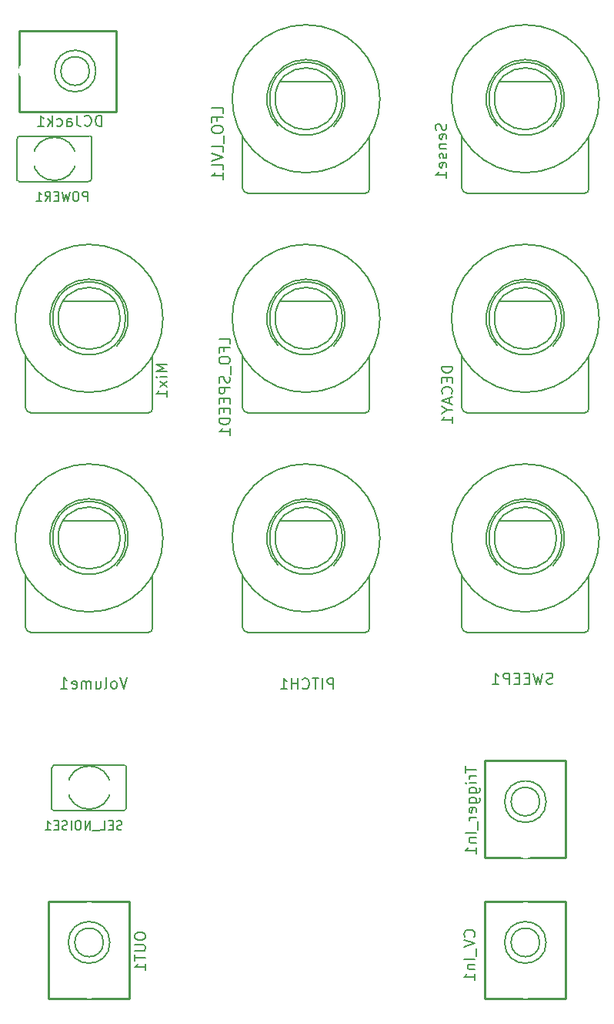
<source format=gbr>
G04 #@! TF.GenerationSoftware,KiCad,Pcbnew,(5.1.4-0-10_14)*
G04 #@! TF.CreationDate,2019-11-19T17:15:00-08:00*
G04 #@! TF.ProjectId,DS8,4453382e-6b69-4636-9164-5f7063625858,rev?*
G04 #@! TF.SameCoordinates,Original*
G04 #@! TF.FileFunction,Legend,Bot*
G04 #@! TF.FilePolarity,Positive*
%FSLAX46Y46*%
G04 Gerber Fmt 4.6, Leading zero omitted, Abs format (unit mm)*
G04 Created by KiCad (PCBNEW (5.1.4-0-10_14)) date 2019-11-19 17:15:00*
%MOMM*%
%LPD*%
G04 APERTURE LIST*
%ADD10C,0.127000*%
%ADD11C,0.203200*%
%ADD12C,0.254000*%
%ADD13C,0.150000*%
%ADD14C,0.152400*%
%ADD15C,1.451000*%
%ADD16C,1.753000*%
%ADD17C,2.540000*%
%ADD18C,2.032400*%
%ADD19O,1.802000X1.802000*%
G04 APERTURE END LIST*
D10*
X7450000Y94742000D02*
G75*
G03X7450000Y94742000I-2370000J0D01*
G01*
X8826000Y97252000D02*
X1234000Y97252000D01*
X8826000Y97252001D02*
G75*
G02X9180000Y97088000I95046J-258901D01*
G01*
X9180000Y92596000D02*
X9180000Y97088000D01*
X9180000Y92596000D02*
G75*
G02X8726000Y92232000I-409000J45000D01*
G01*
X1234000Y92232000D02*
X8726000Y92232000D01*
X1234000Y92232000D02*
G75*
G02X980000Y92396000I-45000J209000D01*
G01*
X980000Y96888000D02*
X980000Y92396000D01*
X979999Y96887999D02*
G75*
G02X1234000Y97252000I308901J55070D01*
G01*
D11*
X5842000Y50038000D02*
G75*
G02X11938000Y50038000I3048000J3048000D01*
G01*
D10*
X11628000Y54991000D02*
X6152000Y54991000D01*
X12890000Y53086000D02*
G75*
G03X12890000Y53086000I-4000000J0D01*
G01*
X17018000Y53086000D02*
G75*
G03X17018000Y53086000I-8128000J0D01*
G01*
X12290000Y53086000D02*
G75*
G03X12290000Y53086000I-3400000J0D01*
G01*
X1890000Y43301106D02*
X1890000Y48959000D01*
X1890000Y43301106D02*
G75*
G03X2470106Y42721000I580106J0D01*
G01*
X15436894Y42721000D02*
X2470106Y42721000D01*
X15436894Y42721000D02*
G75*
G03X15890000Y43174106I0J453106D01*
G01*
X15890000Y48959000D02*
X15890000Y43174106D01*
X11260000Y25654000D02*
G75*
G03X11260000Y25654000I-2370000J0D01*
G01*
X5144000Y23144000D02*
X12736000Y23144000D01*
X5144000Y23143999D02*
G75*
G02X4790000Y23308000I-95046J258901D01*
G01*
X4790000Y27800000D02*
X4790000Y23308000D01*
X4790000Y27800000D02*
G75*
G02X5244000Y28164000I409000J-45000D01*
G01*
X12736000Y28164000D02*
X5244000Y28164000D01*
X12736000Y28164000D02*
G75*
G02X12990000Y28000000I45000J-209000D01*
G01*
X12990000Y23508000D02*
X12990000Y28000000D01*
X12990001Y23508001D02*
G75*
G02X12736000Y23144000I-308901J-55070D01*
G01*
X59182000Y24117300D02*
G75*
G03X59182000Y24117300I-2286000J0D01*
G01*
X58470800Y24117300D02*
G75*
G03X58470800Y24117300I-1574800J0D01*
G01*
D12*
X52451000Y28625800D02*
X61341000Y28625800D01*
X52451000Y17957800D02*
X52451000Y28625800D01*
X61341000Y17957800D02*
X52451000Y17957800D01*
X61341000Y28625800D02*
X61341000Y17957800D01*
D11*
X53848000Y50038000D02*
G75*
G02X59944000Y50038000I3048000J3048000D01*
G01*
D10*
X59634000Y54991000D02*
X54158000Y54991000D01*
X60896000Y53086000D02*
G75*
G03X60896000Y53086000I-4000000J0D01*
G01*
X65024000Y53086000D02*
G75*
G03X65024000Y53086000I-8128000J0D01*
G01*
X60296000Y53086000D02*
G75*
G03X60296000Y53086000I-3400000J0D01*
G01*
X49896000Y43301106D02*
X49896000Y48959000D01*
X49896000Y43301106D02*
G75*
G03X50476106Y42721000I580106J0D01*
G01*
X63442894Y42721000D02*
X50476106Y42721000D01*
X63442894Y42721000D02*
G75*
G03X63896000Y43174106I0J453106D01*
G01*
X63896000Y48959000D02*
X63896000Y43174106D01*
D11*
X53848000Y98298000D02*
G75*
G02X59944000Y98298000I3048000J3048000D01*
G01*
D10*
X59634000Y103251000D02*
X54158000Y103251000D01*
X60896000Y101346000D02*
G75*
G03X60896000Y101346000I-4000000J0D01*
G01*
X65024000Y101346000D02*
G75*
G03X65024000Y101346000I-8128000J0D01*
G01*
X60296000Y101346000D02*
G75*
G03X60296000Y101346000I-3400000J0D01*
G01*
X49896000Y91561106D02*
X49896000Y97219000D01*
X49896000Y91561106D02*
G75*
G03X50476106Y90981000I580106J0D01*
G01*
X63442894Y90981000D02*
X50476106Y90981000D01*
X63442894Y90981000D02*
G75*
G03X63896000Y91434106I0J453106D01*
G01*
X63896000Y97219000D02*
X63896000Y91434106D01*
D11*
X29718000Y50038000D02*
G75*
G02X35814000Y50038000I3048000J3048000D01*
G01*
D10*
X35504000Y54991000D02*
X30028000Y54991000D01*
X36766000Y53086000D02*
G75*
G03X36766000Y53086000I-4000000J0D01*
G01*
X40894000Y53086000D02*
G75*
G03X40894000Y53086000I-8128000J0D01*
G01*
X36166000Y53086000D02*
G75*
G03X36166000Y53086000I-3400000J0D01*
G01*
X25766000Y43301106D02*
X25766000Y48959000D01*
X25766000Y43301106D02*
G75*
G03X26346106Y42721000I580106J0D01*
G01*
X39312894Y42721000D02*
X26346106Y42721000D01*
X39312894Y42721000D02*
G75*
G03X39766000Y43174106I0J453106D01*
G01*
X39766000Y48959000D02*
X39766000Y43174106D01*
X11176000Y8641300D02*
G75*
G03X11176000Y8641300I-2286000J0D01*
G01*
X10464800Y8641300D02*
G75*
G03X10464800Y8641300I-1574800J0D01*
G01*
D12*
X4445000Y13149800D02*
X13335000Y13149800D01*
X4445000Y2481800D02*
X4445000Y13149800D01*
X13335000Y2481800D02*
X4445000Y2481800D01*
X13335000Y13149800D02*
X13335000Y2481800D01*
D11*
X5842000Y74168000D02*
G75*
G02X11938000Y74168000I3048000J3048000D01*
G01*
D10*
X11628000Y79121000D02*
X6152000Y79121000D01*
X12890000Y77216000D02*
G75*
G03X12890000Y77216000I-4000000J0D01*
G01*
X17018000Y77216000D02*
G75*
G03X17018000Y77216000I-8128000J0D01*
G01*
X12290000Y77216000D02*
G75*
G03X12290000Y77216000I-3400000J0D01*
G01*
X1890000Y67431106D02*
X1890000Y73089000D01*
X1890000Y67431106D02*
G75*
G03X2470106Y66851000I580106J0D01*
G01*
X15436894Y66851000D02*
X2470106Y66851000D01*
X15436894Y66851000D02*
G75*
G03X15890000Y67304106I0J453106D01*
G01*
X15890000Y73089000D02*
X15890000Y67304106D01*
D11*
X29718000Y74168000D02*
G75*
G02X35814000Y74168000I3048000J3048000D01*
G01*
D10*
X35504000Y79121000D02*
X30028000Y79121000D01*
X36766000Y77216000D02*
G75*
G03X36766000Y77216000I-4000000J0D01*
G01*
X40894000Y77216000D02*
G75*
G03X40894000Y77216000I-8128000J0D01*
G01*
X36166000Y77216000D02*
G75*
G03X36166000Y77216000I-3400000J0D01*
G01*
X25766000Y67431106D02*
X25766000Y73089000D01*
X25766000Y67431106D02*
G75*
G03X26346106Y66851000I580106J0D01*
G01*
X39312894Y66851000D02*
X26346106Y66851000D01*
X39312894Y66851000D02*
G75*
G03X39766000Y67304106I0J453106D01*
G01*
X39766000Y73089000D02*
X39766000Y67304106D01*
D11*
X29718000Y98298000D02*
G75*
G02X35814000Y98298000I3048000J3048000D01*
G01*
D10*
X35504000Y103251000D02*
X30028000Y103251000D01*
X36766000Y101346000D02*
G75*
G03X36766000Y101346000I-4000000J0D01*
G01*
X40894000Y101346000D02*
G75*
G03X40894000Y101346000I-8128000J0D01*
G01*
X36166000Y101346000D02*
G75*
G03X36166000Y101346000I-3400000J0D01*
G01*
X25766000Y91561106D02*
X25766000Y97219000D01*
X25766000Y91561106D02*
G75*
G03X26346106Y90981000I580106J0D01*
G01*
X39312894Y90981000D02*
X26346106Y90981000D01*
X39312894Y90981000D02*
G75*
G03X39766000Y91434106I0J453106D01*
G01*
X39766000Y97219000D02*
X39766000Y91434106D01*
D11*
X53848000Y74168000D02*
G75*
G02X59944000Y74168000I3048000J3048000D01*
G01*
D10*
X59634000Y79121000D02*
X54158000Y79121000D01*
X60896000Y77216000D02*
G75*
G03X60896000Y77216000I-4000000J0D01*
G01*
X65024000Y77216000D02*
G75*
G03X65024000Y77216000I-8128000J0D01*
G01*
X60296000Y77216000D02*
G75*
G03X60296000Y77216000I-3400000J0D01*
G01*
X49896000Y67431106D02*
X49896000Y73089000D01*
X49896000Y67431106D02*
G75*
G03X50476106Y66851000I580106J0D01*
G01*
X63442894Y66851000D02*
X50476106Y66851000D01*
X63442894Y66851000D02*
G75*
G03X63896000Y67304106I0J453106D01*
G01*
X63896000Y73089000D02*
X63896000Y67304106D01*
X9639300Y104394000D02*
G75*
G03X9639300Y104394000I-2286000J0D01*
G01*
X8928100Y104394000D02*
G75*
G03X8928100Y104394000I-1574800J0D01*
G01*
D12*
X11861800Y108839000D02*
X11861800Y99949000D01*
X1193800Y108839000D02*
X11861800Y108839000D01*
X1193800Y99949000D02*
X1193800Y108839000D01*
X11861800Y99949000D02*
X1193800Y99949000D01*
D10*
X59182000Y8641300D02*
G75*
G03X59182000Y8641300I-2286000J0D01*
G01*
X58470800Y8641300D02*
G75*
G03X58470800Y8641300I-1574800J0D01*
G01*
D12*
X52451000Y13149800D02*
X61341000Y13149800D01*
X52451000Y2481800D02*
X52451000Y13149800D01*
X61341000Y2481800D02*
X52451000Y2481800D01*
X61341000Y13149800D02*
X61341000Y2481800D01*
D13*
X8717023Y90127619D02*
X8717023Y91127619D01*
X8336071Y91127619D01*
X8240833Y91080000D01*
X8193214Y91032380D01*
X8145595Y90937142D01*
X8145595Y90794285D01*
X8193214Y90699047D01*
X8240833Y90651428D01*
X8336071Y90603809D01*
X8717023Y90603809D01*
X7526547Y91127619D02*
X7336071Y91127619D01*
X7240833Y91080000D01*
X7145595Y90984761D01*
X7097976Y90794285D01*
X7097976Y90460952D01*
X7145595Y90270476D01*
X7240833Y90175238D01*
X7336071Y90127619D01*
X7526547Y90127619D01*
X7621785Y90175238D01*
X7717023Y90270476D01*
X7764642Y90460952D01*
X7764642Y90794285D01*
X7717023Y90984761D01*
X7621785Y91080000D01*
X7526547Y91127619D01*
X6764642Y91127619D02*
X6526547Y90127619D01*
X6336071Y90841904D01*
X6145595Y90127619D01*
X5907500Y91127619D01*
X5526547Y90651428D02*
X5193214Y90651428D01*
X5050357Y90127619D02*
X5526547Y90127619D01*
X5526547Y91127619D01*
X5050357Y91127619D01*
X4050357Y90127619D02*
X4383690Y90603809D01*
X4621785Y90127619D02*
X4621785Y91127619D01*
X4240833Y91127619D01*
X4145595Y91080000D01*
X4097976Y91032380D01*
X4050357Y90937142D01*
X4050357Y90794285D01*
X4097976Y90699047D01*
X4145595Y90651428D01*
X4240833Y90603809D01*
X4621785Y90603809D01*
X3097976Y90127619D02*
X3669404Y90127619D01*
X3383690Y90127619D02*
X3383690Y91127619D01*
X3478928Y90984761D01*
X3574166Y90889523D01*
X3669404Y90841904D01*
D14*
X13095321Y37747452D02*
X12693155Y36540952D01*
X12290988Y37747452D01*
X11716464Y36540952D02*
X11831369Y36598404D01*
X11888821Y36655857D01*
X11946274Y36770761D01*
X11946274Y37115476D01*
X11888821Y37230380D01*
X11831369Y37287833D01*
X11716464Y37345285D01*
X11544107Y37345285D01*
X11429202Y37287833D01*
X11371750Y37230380D01*
X11314298Y37115476D01*
X11314298Y36770761D01*
X11371750Y36655857D01*
X11429202Y36598404D01*
X11544107Y36540952D01*
X11716464Y36540952D01*
X10624869Y36540952D02*
X10739774Y36598404D01*
X10797226Y36713309D01*
X10797226Y37747452D01*
X9648179Y37345285D02*
X9648179Y36540952D01*
X10165250Y37345285D02*
X10165250Y36713309D01*
X10107798Y36598404D01*
X9992893Y36540952D01*
X9820536Y36540952D01*
X9705631Y36598404D01*
X9648179Y36655857D01*
X9073655Y36540952D02*
X9073655Y37345285D01*
X9073655Y37230380D02*
X9016202Y37287833D01*
X8901298Y37345285D01*
X8728940Y37345285D01*
X8614036Y37287833D01*
X8556583Y37172928D01*
X8556583Y36540952D01*
X8556583Y37172928D02*
X8499131Y37287833D01*
X8384226Y37345285D01*
X8211869Y37345285D01*
X8096964Y37287833D01*
X8039512Y37172928D01*
X8039512Y36540952D01*
X7005369Y36598404D02*
X7120274Y36540952D01*
X7350083Y36540952D01*
X7464988Y36598404D01*
X7522440Y36713309D01*
X7522440Y37172928D01*
X7464988Y37287833D01*
X7350083Y37345285D01*
X7120274Y37345285D01*
X7005369Y37287833D01*
X6947917Y37172928D01*
X6947917Y37058023D01*
X7522440Y36943119D01*
X5798869Y36540952D02*
X6488298Y36540952D01*
X6143583Y36540952D02*
X6143583Y37747452D01*
X6258488Y37575095D01*
X6373393Y37460190D01*
X6488298Y37402738D01*
D13*
X12492023Y21055238D02*
X12349166Y21007619D01*
X12111071Y21007619D01*
X12015833Y21055238D01*
X11968214Y21102857D01*
X11920595Y21198095D01*
X11920595Y21293333D01*
X11968214Y21388571D01*
X12015833Y21436190D01*
X12111071Y21483809D01*
X12301547Y21531428D01*
X12396785Y21579047D01*
X12444404Y21626666D01*
X12492023Y21721904D01*
X12492023Y21817142D01*
X12444404Y21912380D01*
X12396785Y21960000D01*
X12301547Y22007619D01*
X12063452Y22007619D01*
X11920595Y21960000D01*
X11492023Y21531428D02*
X11158690Y21531428D01*
X11015833Y21007619D02*
X11492023Y21007619D01*
X11492023Y22007619D01*
X11015833Y22007619D01*
X10111071Y21007619D02*
X10587261Y21007619D01*
X10587261Y22007619D01*
X10015833Y20912380D02*
X9253928Y20912380D01*
X9015833Y21007619D02*
X9015833Y22007619D01*
X8444404Y21007619D01*
X8444404Y22007619D01*
X7777738Y22007619D02*
X7587261Y22007619D01*
X7492023Y21960000D01*
X7396785Y21864761D01*
X7349166Y21674285D01*
X7349166Y21340952D01*
X7396785Y21150476D01*
X7492023Y21055238D01*
X7587261Y21007619D01*
X7777738Y21007619D01*
X7872976Y21055238D01*
X7968214Y21150476D01*
X8015833Y21340952D01*
X8015833Y21674285D01*
X7968214Y21864761D01*
X7872976Y21960000D01*
X7777738Y22007619D01*
X6920595Y21007619D02*
X6920595Y22007619D01*
X6492023Y21055238D02*
X6349166Y21007619D01*
X6111071Y21007619D01*
X6015833Y21055238D01*
X5968214Y21102857D01*
X5920595Y21198095D01*
X5920595Y21293333D01*
X5968214Y21388571D01*
X6015833Y21436190D01*
X6111071Y21483809D01*
X6301547Y21531428D01*
X6396785Y21579047D01*
X6444404Y21626666D01*
X6492023Y21721904D01*
X6492023Y21817142D01*
X6444404Y21912380D01*
X6396785Y21960000D01*
X6301547Y22007619D01*
X6063452Y22007619D01*
X5920595Y21960000D01*
X5492023Y21531428D02*
X5158690Y21531428D01*
X5015833Y21007619D02*
X5492023Y21007619D01*
X5492023Y22007619D01*
X5015833Y22007619D01*
X4063452Y21007619D02*
X4634880Y21007619D01*
X4349166Y21007619D02*
X4349166Y22007619D01*
X4444404Y21864761D01*
X4539642Y21769523D01*
X4634880Y21721904D01*
D14*
X50306047Y27996035D02*
X50306047Y27306606D01*
X51512547Y27651320D02*
X50306047Y27651320D01*
X51512547Y26904440D02*
X50708214Y26904440D01*
X50938023Y26904440D02*
X50823119Y26846987D01*
X50765666Y26789535D01*
X50708214Y26674630D01*
X50708214Y26559725D01*
X51512547Y26157559D02*
X50708214Y26157559D01*
X50306047Y26157559D02*
X50363500Y26215011D01*
X50420952Y26157559D01*
X50363500Y26100106D01*
X50306047Y26157559D01*
X50420952Y26157559D01*
X50708214Y25065963D02*
X51684904Y25065963D01*
X51799809Y25123416D01*
X51857261Y25180868D01*
X51914714Y25295773D01*
X51914714Y25468130D01*
X51857261Y25583035D01*
X51455095Y25065963D02*
X51512547Y25180868D01*
X51512547Y25410678D01*
X51455095Y25525582D01*
X51397642Y25583035D01*
X51282738Y25640487D01*
X50938023Y25640487D01*
X50823119Y25583035D01*
X50765666Y25525582D01*
X50708214Y25410678D01*
X50708214Y25180868D01*
X50765666Y25065963D01*
X50708214Y23974368D02*
X51684904Y23974368D01*
X51799809Y24031820D01*
X51857261Y24089273D01*
X51914714Y24204178D01*
X51914714Y24376535D01*
X51857261Y24491440D01*
X51455095Y23974368D02*
X51512547Y24089273D01*
X51512547Y24319082D01*
X51455095Y24433987D01*
X51397642Y24491440D01*
X51282738Y24548892D01*
X50938023Y24548892D01*
X50823119Y24491440D01*
X50765666Y24433987D01*
X50708214Y24319082D01*
X50708214Y24089273D01*
X50765666Y23974368D01*
X51455095Y22940225D02*
X51512547Y23055130D01*
X51512547Y23284940D01*
X51455095Y23399844D01*
X51340190Y23457297D01*
X50880571Y23457297D01*
X50765666Y23399844D01*
X50708214Y23284940D01*
X50708214Y23055130D01*
X50765666Y22940225D01*
X50880571Y22882773D01*
X50995476Y22882773D01*
X51110380Y23457297D01*
X51512547Y22365701D02*
X50708214Y22365701D01*
X50938023Y22365701D02*
X50823119Y22308249D01*
X50765666Y22250797D01*
X50708214Y22135892D01*
X50708214Y22020987D01*
X51627452Y21906082D02*
X51627452Y20986844D01*
X51512547Y20699582D02*
X50306047Y20699582D01*
X50708214Y20125059D02*
X51512547Y20125059D01*
X50823119Y20125059D02*
X50765666Y20067606D01*
X50708214Y19952701D01*
X50708214Y19780344D01*
X50765666Y19665440D01*
X50880571Y19607987D01*
X51512547Y19607987D01*
X51512547Y18401487D02*
X51512547Y19090916D01*
X51512547Y18746201D02*
X50306047Y18746201D01*
X50478404Y18861106D01*
X50593309Y18976011D01*
X50650761Y19090916D01*
X59905893Y37088404D02*
X59733536Y37030952D01*
X59446274Y37030952D01*
X59331369Y37088404D01*
X59273917Y37145857D01*
X59216464Y37260761D01*
X59216464Y37375666D01*
X59273917Y37490571D01*
X59331369Y37548023D01*
X59446274Y37605476D01*
X59676083Y37662928D01*
X59790988Y37720380D01*
X59848440Y37777833D01*
X59905893Y37892738D01*
X59905893Y38007642D01*
X59848440Y38122547D01*
X59790988Y38180000D01*
X59676083Y38237452D01*
X59388821Y38237452D01*
X59216464Y38180000D01*
X58814298Y38237452D02*
X58527036Y37030952D01*
X58297226Y37892738D01*
X58067417Y37030952D01*
X57780155Y38237452D01*
X57320536Y37662928D02*
X56918369Y37662928D01*
X56746012Y37030952D02*
X57320536Y37030952D01*
X57320536Y38237452D01*
X56746012Y38237452D01*
X56228940Y37662928D02*
X55826774Y37662928D01*
X55654417Y37030952D02*
X56228940Y37030952D01*
X56228940Y38237452D01*
X55654417Y38237452D01*
X55137345Y37030952D02*
X55137345Y38237452D01*
X54677726Y38237452D01*
X54562821Y38180000D01*
X54505369Y38122547D01*
X54447917Y38007642D01*
X54447917Y37835285D01*
X54505369Y37720380D01*
X54562821Y37662928D01*
X54677726Y37605476D01*
X55137345Y37605476D01*
X53298869Y37030952D02*
X53988298Y37030952D01*
X53643583Y37030952D02*
X53643583Y38237452D01*
X53758488Y38065095D01*
X53873393Y37950190D01*
X53988298Y37892738D01*
X48171595Y98593917D02*
X48229047Y98421560D01*
X48229047Y98134298D01*
X48171595Y98019393D01*
X48114142Y97961940D01*
X47999238Y97904488D01*
X47884333Y97904488D01*
X47769428Y97961940D01*
X47711976Y98019393D01*
X47654523Y98134298D01*
X47597071Y98364107D01*
X47539619Y98479012D01*
X47482166Y98536464D01*
X47367261Y98593917D01*
X47252357Y98593917D01*
X47137452Y98536464D01*
X47080000Y98479012D01*
X47022547Y98364107D01*
X47022547Y98076845D01*
X47080000Y97904488D01*
X48171595Y96927798D02*
X48229047Y97042702D01*
X48229047Y97272512D01*
X48171595Y97387417D01*
X48056690Y97444869D01*
X47597071Y97444869D01*
X47482166Y97387417D01*
X47424714Y97272512D01*
X47424714Y97042702D01*
X47482166Y96927798D01*
X47597071Y96870345D01*
X47711976Y96870345D01*
X47826880Y97444869D01*
X47424714Y96353274D02*
X48229047Y96353274D01*
X47539619Y96353274D02*
X47482166Y96295821D01*
X47424714Y96180917D01*
X47424714Y96008560D01*
X47482166Y95893655D01*
X47597071Y95836202D01*
X48229047Y95836202D01*
X48171595Y95319131D02*
X48229047Y95204226D01*
X48229047Y94974417D01*
X48171595Y94859512D01*
X48056690Y94802060D01*
X47999238Y94802060D01*
X47884333Y94859512D01*
X47826880Y94974417D01*
X47826880Y95146774D01*
X47769428Y95261679D01*
X47654523Y95319131D01*
X47597071Y95319131D01*
X47482166Y95261679D01*
X47424714Y95146774D01*
X47424714Y94974417D01*
X47482166Y94859512D01*
X48171595Y93825369D02*
X48229047Y93940274D01*
X48229047Y94170083D01*
X48171595Y94284988D01*
X48056690Y94342440D01*
X47597071Y94342440D01*
X47482166Y94284988D01*
X47424714Y94170083D01*
X47424714Y93940274D01*
X47482166Y93825369D01*
X47597071Y93767917D01*
X47711976Y93767917D01*
X47826880Y94342440D01*
X48229047Y92618869D02*
X48229047Y93308298D01*
X48229047Y92963583D02*
X47022547Y92963583D01*
X47194904Y93078488D01*
X47309809Y93193393D01*
X47367261Y93308298D01*
X35781560Y36470952D02*
X35781560Y37677452D01*
X35321940Y37677452D01*
X35207036Y37620000D01*
X35149583Y37562547D01*
X35092131Y37447642D01*
X35092131Y37275285D01*
X35149583Y37160380D01*
X35207036Y37102928D01*
X35321940Y37045476D01*
X35781560Y37045476D01*
X34575060Y36470952D02*
X34575060Y37677452D01*
X34172893Y37677452D02*
X33483464Y37677452D01*
X33828179Y36470952D02*
X33828179Y37677452D01*
X32391869Y36585857D02*
X32449321Y36528404D01*
X32621679Y36470952D01*
X32736583Y36470952D01*
X32908940Y36528404D01*
X33023845Y36643309D01*
X33081298Y36758214D01*
X33138750Y36988023D01*
X33138750Y37160380D01*
X33081298Y37390190D01*
X33023845Y37505095D01*
X32908940Y37620000D01*
X32736583Y37677452D01*
X32621679Y37677452D01*
X32449321Y37620000D01*
X32391869Y37562547D01*
X31874798Y36470952D02*
X31874798Y37677452D01*
X31874798Y37102928D02*
X31185369Y37102928D01*
X31185369Y36470952D02*
X31185369Y37677452D01*
X29978869Y36470952D02*
X30668298Y36470952D01*
X30323583Y36470952D02*
X30323583Y37677452D01*
X30438488Y37505095D01*
X30553393Y37390190D01*
X30668298Y37332738D01*
X13896047Y9423868D02*
X13896047Y9194059D01*
X13953500Y9079154D01*
X14068404Y8964249D01*
X14298214Y8906797D01*
X14700380Y8906797D01*
X14930190Y8964249D01*
X15045095Y9079154D01*
X15102547Y9194059D01*
X15102547Y9423868D01*
X15045095Y9538773D01*
X14930190Y9653678D01*
X14700380Y9711130D01*
X14298214Y9711130D01*
X14068404Y9653678D01*
X13953500Y9538773D01*
X13896047Y9423868D01*
X13896047Y8389725D02*
X14872738Y8389725D01*
X14987642Y8332273D01*
X15045095Y8274820D01*
X15102547Y8159916D01*
X15102547Y7930106D01*
X15045095Y7815201D01*
X14987642Y7757749D01*
X14872738Y7700297D01*
X13896047Y7700297D01*
X13896047Y7298130D02*
X13896047Y6608701D01*
X15102547Y6953416D02*
X13896047Y6953416D01*
X15102547Y5574559D02*
X15102547Y6263987D01*
X15102547Y5919273D02*
X13896047Y5919273D01*
X14068404Y6034178D01*
X14183309Y6149082D01*
X14240761Y6263987D01*
X17469047Y72150917D02*
X16262547Y72150917D01*
X17124333Y71748750D01*
X16262547Y71346583D01*
X17469047Y71346583D01*
X17469047Y70772060D02*
X16664714Y70772060D01*
X16262547Y70772060D02*
X16320000Y70829512D01*
X16377452Y70772060D01*
X16320000Y70714607D01*
X16262547Y70772060D01*
X16377452Y70772060D01*
X17469047Y70312440D02*
X16664714Y69680464D01*
X16664714Y70312440D02*
X17469047Y69680464D01*
X17469047Y68588869D02*
X17469047Y69278298D01*
X17469047Y68933583D02*
X16262547Y68933583D01*
X16434904Y69048488D01*
X16549809Y69163393D01*
X16607261Y69278298D01*
X24399047Y74395583D02*
X24399047Y74970107D01*
X23192547Y74970107D01*
X23767071Y73591250D02*
X23767071Y73993417D01*
X24399047Y73993417D02*
X23192547Y73993417D01*
X23192547Y73418893D01*
X23192547Y72729464D02*
X23192547Y72499655D01*
X23250000Y72384750D01*
X23364904Y72269845D01*
X23594714Y72212393D01*
X23996880Y72212393D01*
X24226690Y72269845D01*
X24341595Y72384750D01*
X24399047Y72499655D01*
X24399047Y72729464D01*
X24341595Y72844369D01*
X24226690Y72959274D01*
X23996880Y73016726D01*
X23594714Y73016726D01*
X23364904Y72959274D01*
X23250000Y72844369D01*
X23192547Y72729464D01*
X24513952Y71982583D02*
X24513952Y71063345D01*
X24341595Y70833536D02*
X24399047Y70661179D01*
X24399047Y70373917D01*
X24341595Y70259012D01*
X24284142Y70201560D01*
X24169238Y70144107D01*
X24054333Y70144107D01*
X23939428Y70201560D01*
X23881976Y70259012D01*
X23824523Y70373917D01*
X23767071Y70603726D01*
X23709619Y70718631D01*
X23652166Y70776083D01*
X23537261Y70833536D01*
X23422357Y70833536D01*
X23307452Y70776083D01*
X23250000Y70718631D01*
X23192547Y70603726D01*
X23192547Y70316464D01*
X23250000Y70144107D01*
X24399047Y69627036D02*
X23192547Y69627036D01*
X23192547Y69167417D01*
X23250000Y69052512D01*
X23307452Y68995060D01*
X23422357Y68937607D01*
X23594714Y68937607D01*
X23709619Y68995060D01*
X23767071Y69052512D01*
X23824523Y69167417D01*
X23824523Y69627036D01*
X23767071Y68420536D02*
X23767071Y68018369D01*
X24399047Y67846012D02*
X24399047Y68420536D01*
X23192547Y68420536D01*
X23192547Y67846012D01*
X23767071Y67328940D02*
X23767071Y66926774D01*
X24399047Y66754417D02*
X24399047Y67328940D01*
X23192547Y67328940D01*
X23192547Y66754417D01*
X24399047Y66237345D02*
X23192547Y66237345D01*
X23192547Y65950083D01*
X23250000Y65777726D01*
X23364904Y65662821D01*
X23479809Y65605369D01*
X23709619Y65547917D01*
X23881976Y65547917D01*
X24111785Y65605369D01*
X24226690Y65662821D01*
X24341595Y65777726D01*
X24399047Y65950083D01*
X24399047Y66237345D01*
X24399047Y64398869D02*
X24399047Y65088298D01*
X24399047Y64743583D02*
X23192547Y64743583D01*
X23364904Y64858488D01*
X23479809Y64973393D01*
X23537261Y65088298D01*
X23609047Y99747869D02*
X23609047Y100322393D01*
X22402547Y100322393D01*
X22977071Y98943536D02*
X22977071Y99345702D01*
X23609047Y99345702D02*
X22402547Y99345702D01*
X22402547Y98771179D01*
X22402547Y98081750D02*
X22402547Y97851940D01*
X22460000Y97737036D01*
X22574904Y97622131D01*
X22804714Y97564679D01*
X23206880Y97564679D01*
X23436690Y97622131D01*
X23551595Y97737036D01*
X23609047Y97851940D01*
X23609047Y98081750D01*
X23551595Y98196655D01*
X23436690Y98311560D01*
X23206880Y98369012D01*
X22804714Y98369012D01*
X22574904Y98311560D01*
X22460000Y98196655D01*
X22402547Y98081750D01*
X23723952Y97334869D02*
X23723952Y96415631D01*
X23609047Y95553845D02*
X23609047Y96128369D01*
X22402547Y96128369D01*
X22402547Y95324036D02*
X23609047Y94921869D01*
X22402547Y94519702D01*
X23609047Y93543012D02*
X23609047Y94117536D01*
X22402547Y94117536D01*
X23609047Y92508869D02*
X23609047Y93198298D01*
X23609047Y92853583D02*
X22402547Y92853583D01*
X22574904Y92968488D01*
X22689809Y93083393D01*
X22747261Y93198298D01*
X48879047Y71923726D02*
X47672547Y71923726D01*
X47672547Y71636464D01*
X47730000Y71464107D01*
X47844904Y71349202D01*
X47959809Y71291750D01*
X48189619Y71234298D01*
X48361976Y71234298D01*
X48591785Y71291750D01*
X48706690Y71349202D01*
X48821595Y71464107D01*
X48879047Y71636464D01*
X48879047Y71923726D01*
X48247071Y70717226D02*
X48247071Y70315060D01*
X48879047Y70142702D02*
X48879047Y70717226D01*
X47672547Y70717226D01*
X47672547Y70142702D01*
X48764142Y68936202D02*
X48821595Y68993655D01*
X48879047Y69166012D01*
X48879047Y69280917D01*
X48821595Y69453274D01*
X48706690Y69568179D01*
X48591785Y69625631D01*
X48361976Y69683083D01*
X48189619Y69683083D01*
X47959809Y69625631D01*
X47844904Y69568179D01*
X47730000Y69453274D01*
X47672547Y69280917D01*
X47672547Y69166012D01*
X47730000Y68993655D01*
X47787452Y68936202D01*
X48534333Y68476583D02*
X48534333Y67902060D01*
X48879047Y68591488D02*
X47672547Y68189321D01*
X48879047Y67787155D01*
X48304523Y67155179D02*
X48879047Y67155179D01*
X47672547Y67557345D02*
X48304523Y67155179D01*
X47672547Y66753012D01*
X48879047Y65718869D02*
X48879047Y66408298D01*
X48879047Y66063583D02*
X47672547Y66063583D01*
X47844904Y66178488D01*
X47959809Y66293393D01*
X48017261Y66408298D01*
X10285512Y98327452D02*
X10285512Y99533952D01*
X9998250Y99533952D01*
X9825893Y99476500D01*
X9710988Y99361595D01*
X9653536Y99246690D01*
X9596083Y99016880D01*
X9596083Y98844523D01*
X9653536Y98614714D01*
X9710988Y98499809D01*
X9825893Y98384904D01*
X9998250Y98327452D01*
X10285512Y98327452D01*
X8389583Y98442357D02*
X8447036Y98384904D01*
X8619393Y98327452D01*
X8734298Y98327452D01*
X8906655Y98384904D01*
X9021560Y98499809D01*
X9079012Y98614714D01*
X9136464Y98844523D01*
X9136464Y99016880D01*
X9079012Y99246690D01*
X9021560Y99361595D01*
X8906655Y99476500D01*
X8734298Y99533952D01*
X8619393Y99533952D01*
X8447036Y99476500D01*
X8389583Y99419047D01*
X7527798Y99533952D02*
X7527798Y98672166D01*
X7585250Y98499809D01*
X7700155Y98384904D01*
X7872512Y98327452D01*
X7987417Y98327452D01*
X6436202Y98327452D02*
X6436202Y98959428D01*
X6493655Y99074333D01*
X6608560Y99131785D01*
X6838369Y99131785D01*
X6953274Y99074333D01*
X6436202Y98384904D02*
X6551107Y98327452D01*
X6838369Y98327452D01*
X6953274Y98384904D01*
X7010726Y98499809D01*
X7010726Y98614714D01*
X6953274Y98729619D01*
X6838369Y98787071D01*
X6551107Y98787071D01*
X6436202Y98844523D01*
X5344607Y98384904D02*
X5459512Y98327452D01*
X5689321Y98327452D01*
X5804226Y98384904D01*
X5861679Y98442357D01*
X5919131Y98557261D01*
X5919131Y98901976D01*
X5861679Y99016880D01*
X5804226Y99074333D01*
X5689321Y99131785D01*
X5459512Y99131785D01*
X5344607Y99074333D01*
X4827536Y98327452D02*
X4827536Y99533952D01*
X4712631Y98787071D02*
X4367917Y98327452D01*
X4367917Y99131785D02*
X4827536Y98672166D01*
X3218869Y98327452D02*
X3908298Y98327452D01*
X3563583Y98327452D02*
X3563583Y99533952D01*
X3678488Y99361595D01*
X3793393Y99246690D01*
X3908298Y99189238D01*
X51237642Y9274249D02*
X51295095Y9331701D01*
X51352547Y9504059D01*
X51352547Y9618963D01*
X51295095Y9791320D01*
X51180190Y9906225D01*
X51065285Y9963678D01*
X50835476Y10021130D01*
X50663119Y10021130D01*
X50433309Y9963678D01*
X50318404Y9906225D01*
X50203500Y9791320D01*
X50146047Y9618963D01*
X50146047Y9504059D01*
X50203500Y9331701D01*
X50260952Y9274249D01*
X50146047Y8929535D02*
X51352547Y8527368D01*
X50146047Y8125201D01*
X51467452Y8010297D02*
X51467452Y7091059D01*
X51352547Y6803797D02*
X50146047Y6803797D01*
X50548214Y6229273D02*
X51352547Y6229273D01*
X50663119Y6229273D02*
X50605666Y6171820D01*
X50548214Y6056916D01*
X50548214Y5884559D01*
X50605666Y5769654D01*
X50720571Y5712201D01*
X51352547Y5712201D01*
X51352547Y4505701D02*
X51352547Y5195130D01*
X51352547Y4850416D02*
X50146047Y4850416D01*
X50318404Y4965320D01*
X50433309Y5080225D01*
X50490761Y5195130D01*
%LPC*%
D15*
X48930000Y29830000D03*
X43430000Y27500000D03*
X19780000Y89870000D03*
D16*
X7620000Y94742000D03*
X5080000Y94742000D03*
X2540000Y94742000D03*
D17*
X3890000Y40132000D03*
X8890000Y40132000D03*
X13890000Y40132000D03*
D16*
X6350000Y25654000D03*
X8890000Y25654000D03*
X11430000Y25654000D03*
D18*
X56896000Y27482800D03*
X56896000Y29895800D03*
X56896000Y18923000D03*
D17*
X51896000Y40132000D03*
X56896000Y40132000D03*
X61896000Y40132000D03*
X51896000Y88392000D03*
X56896000Y88392000D03*
X61896000Y88392000D03*
X27766000Y40132000D03*
X32766000Y40132000D03*
X37766000Y40132000D03*
D19*
X17272000Y105664000D03*
X19812000Y105664000D03*
X17272000Y103124000D03*
X19812000Y103124000D03*
X17272000Y100584000D03*
X19812000Y100584000D03*
X17272000Y98044000D03*
X19812000Y98044000D03*
X17272000Y95504000D03*
X19812000Y95504000D03*
D18*
X8890000Y12006800D03*
X8890000Y14419800D03*
X8890000Y3447000D03*
D17*
X3890000Y64262000D03*
X8890000Y64262000D03*
X13890000Y64262000D03*
X27766000Y64262000D03*
X32766000Y64262000D03*
X37766000Y64262000D03*
X27766000Y88392000D03*
X32766000Y88392000D03*
X37766000Y88392000D03*
X51896000Y64262000D03*
X56896000Y64262000D03*
X61896000Y64262000D03*
D18*
X10718800Y104394000D03*
X13131800Y104394000D03*
X2159000Y104394000D03*
X56896000Y12006800D03*
X56896000Y14419800D03*
X56896000Y3447000D03*
M02*

</source>
